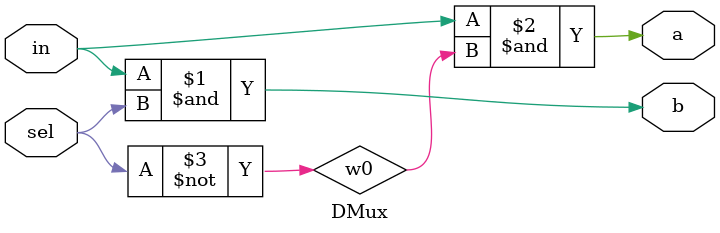
<source format=v>
/* módulo DMux */

`ifndef _DMux_
`define _DMux_

module DMux(a, b, in, sel);
    input in, sel;
    output a, b;
    wire w0;

    and and0(b, in, sel);
    not not0(w0, sel);
    and and1(a, in, w0);
    // Descrição de conexões internas do módulo

endmodule

`endif
</source>
